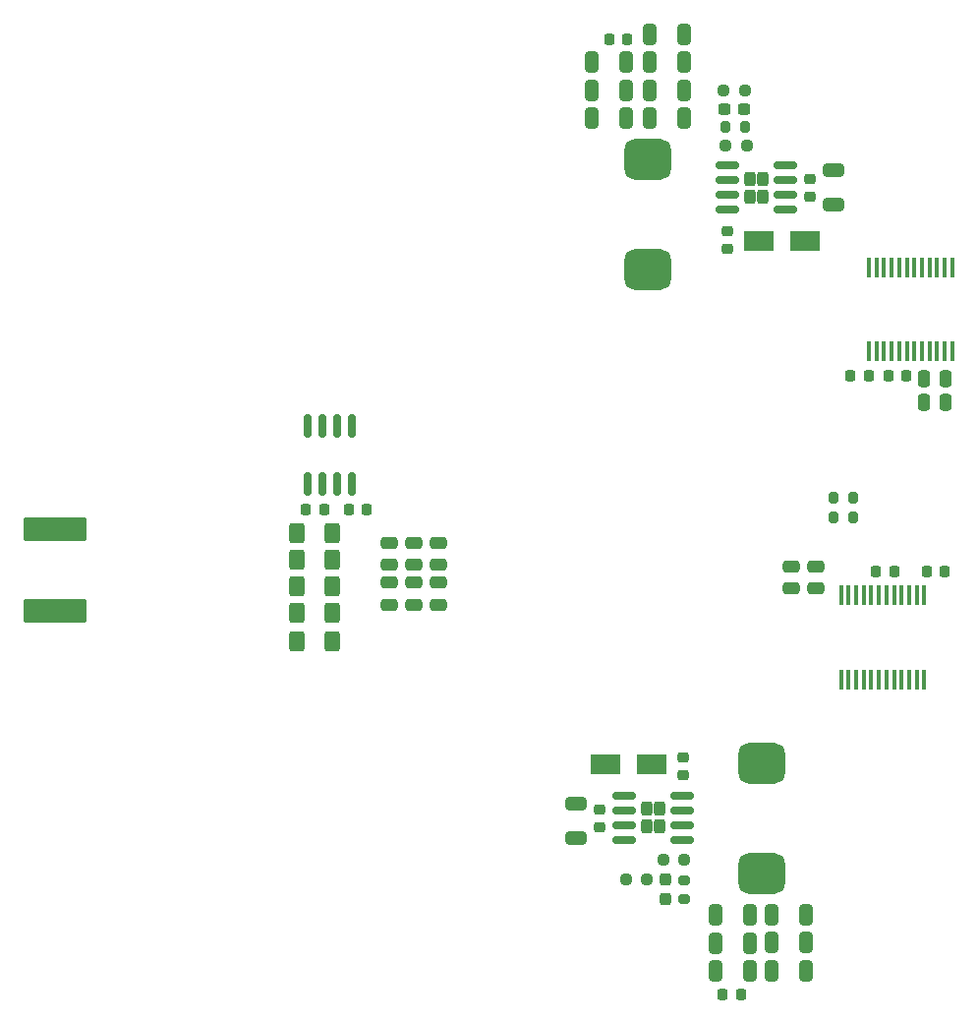
<source format=gbr>
%TF.GenerationSoftware,KiCad,Pcbnew,(6.0.9)*%
%TF.CreationDate,2023-02-26T12:01:52+02:00*%
%TF.ProjectId,Power,506f7765-722e-46b6-9963-61645f706362,rev?*%
%TF.SameCoordinates,Original*%
%TF.FileFunction,Paste,Bot*%
%TF.FilePolarity,Positive*%
%FSLAX46Y46*%
G04 Gerber Fmt 4.6, Leading zero omitted, Abs format (unit mm)*
G04 Created by KiCad (PCBNEW (6.0.9)) date 2023-02-26 12:01:52*
%MOMM*%
%LPD*%
G01*
G04 APERTURE LIST*
G04 Aperture macros list*
%AMRoundRect*
0 Rectangle with rounded corners*
0 $1 Rounding radius*
0 $2 $3 $4 $5 $6 $7 $8 $9 X,Y pos of 4 corners*
0 Add a 4 corners polygon primitive as box body*
4,1,4,$2,$3,$4,$5,$6,$7,$8,$9,$2,$3,0*
0 Add four circle primitives for the rounded corners*
1,1,$1+$1,$2,$3*
1,1,$1+$1,$4,$5*
1,1,$1+$1,$6,$7*
1,1,$1+$1,$8,$9*
0 Add four rect primitives between the rounded corners*
20,1,$1+$1,$2,$3,$4,$5,0*
20,1,$1+$1,$4,$5,$6,$7,0*
20,1,$1+$1,$6,$7,$8,$9,0*
20,1,$1+$1,$8,$9,$2,$3,0*%
G04 Aperture macros list end*
%ADD10RoundRect,0.250000X-0.475000X0.250000X-0.475000X-0.250000X0.475000X-0.250000X0.475000X0.250000X0*%
%ADD11RoundRect,0.875000X-1.125000X0.875000X-1.125000X-0.875000X1.125000X-0.875000X1.125000X0.875000X0*%
%ADD12RoundRect,0.250000X-0.325000X-0.650000X0.325000X-0.650000X0.325000X0.650000X-0.325000X0.650000X0*%
%ADD13RoundRect,0.250000X0.325000X0.650000X-0.325000X0.650000X-0.325000X-0.650000X0.325000X-0.650000X0*%
%ADD14RoundRect,0.225000X-0.225000X-0.250000X0.225000X-0.250000X0.225000X0.250000X-0.225000X0.250000X0*%
%ADD15RoundRect,0.200000X0.200000X0.275000X-0.200000X0.275000X-0.200000X-0.275000X0.200000X-0.275000X0*%
%ADD16RoundRect,0.250001X2.474999X-0.799999X2.474999X0.799999X-2.474999X0.799999X-2.474999X-0.799999X0*%
%ADD17RoundRect,0.225000X0.225000X0.250000X-0.225000X0.250000X-0.225000X-0.250000X0.225000X-0.250000X0*%
%ADD18RoundRect,0.250000X0.650000X-0.325000X0.650000X0.325000X-0.650000X0.325000X-0.650000X-0.325000X0*%
%ADD19RoundRect,0.200000X-0.200000X-0.275000X0.200000X-0.275000X0.200000X0.275000X-0.200000X0.275000X0*%
%ADD20RoundRect,0.237500X-0.250000X-0.237500X0.250000X-0.237500X0.250000X0.237500X-0.250000X0.237500X0*%
%ADD21RoundRect,0.250000X-0.400000X-0.625000X0.400000X-0.625000X0.400000X0.625000X-0.400000X0.625000X0*%
%ADD22R,0.450000X1.750000*%
%ADD23RoundRect,0.237500X0.250000X0.237500X-0.250000X0.237500X-0.250000X-0.237500X0.250000X-0.237500X0*%
%ADD24RoundRect,0.237500X0.237500X-0.300000X0.237500X0.300000X-0.237500X0.300000X-0.237500X-0.300000X0*%
%ADD25RoundRect,0.225000X0.250000X-0.225000X0.250000X0.225000X-0.250000X0.225000X-0.250000X-0.225000X0*%
%ADD26R,2.500000X1.800000*%
%ADD27RoundRect,0.875000X1.125000X-0.875000X1.125000X0.875000X-1.125000X0.875000X-1.125000X-0.875000X0*%
%ADD28RoundRect,0.225000X-0.250000X0.225000X-0.250000X-0.225000X0.250000X-0.225000X0.250000X0.225000X0*%
%ADD29RoundRect,0.200000X0.275000X-0.200000X0.275000X0.200000X-0.275000X0.200000X-0.275000X-0.200000X0*%
%ADD30RoundRect,0.250000X0.475000X-0.250000X0.475000X0.250000X-0.475000X0.250000X-0.475000X-0.250000X0*%
%ADD31RoundRect,0.150000X-0.150000X0.825000X-0.150000X-0.825000X0.150000X-0.825000X0.150000X0.825000X0*%
%ADD32RoundRect,0.240000X-0.240000X-0.385000X0.240000X-0.385000X0.240000X0.385000X-0.240000X0.385000X0*%
%ADD33RoundRect,0.150000X-0.825000X-0.150000X0.825000X-0.150000X0.825000X0.150000X-0.825000X0.150000X0*%
%ADD34RoundRect,0.237500X0.300000X0.237500X-0.300000X0.237500X-0.300000X-0.237500X0.300000X-0.237500X0*%
%ADD35RoundRect,0.250000X0.250000X0.475000X-0.250000X0.475000X-0.250000X-0.475000X0.250000X-0.475000X0*%
%ADD36RoundRect,0.240000X0.240000X0.385000X-0.240000X0.385000X-0.240000X-0.385000X0.240000X-0.385000X0*%
%ADD37RoundRect,0.150000X0.825000X0.150000X-0.825000X0.150000X-0.825000X-0.150000X0.825000X-0.150000X0*%
%ADD38RoundRect,0.250000X-0.650000X0.325000X-0.650000X-0.325000X0.650000X-0.325000X0.650000X0.325000X0*%
G04 APERTURE END LIST*
D10*
%TO.C,C3*%
X79100000Y-107900000D03*
X79100000Y-109800000D03*
%TD*%
D11*
%TO.C,L1*%
X107025000Y-123400000D03*
X107025000Y-132900000D03*
%TD*%
D10*
%TO.C,C10*%
X111600000Y-106500000D03*
X111600000Y-108400000D03*
%TD*%
D12*
%TO.C,C29*%
X97325000Y-63100000D03*
X100275000Y-63100000D03*
%TD*%
D13*
%TO.C,C18*%
X105975000Y-138900000D03*
X103025000Y-138900000D03*
%TD*%
D14*
%TO.C,C2*%
X71425000Y-101600000D03*
X72975000Y-101600000D03*
%TD*%
D15*
%TO.C,R4*%
X105525000Y-68700000D03*
X103875000Y-68700000D03*
%TD*%
D16*
%TO.C,F1*%
X46100000Y-110275000D03*
X46100000Y-103325000D03*
%TD*%
D10*
%TO.C,C39*%
X76990000Y-107900000D03*
X76990000Y-109800000D03*
%TD*%
D17*
%TO.C,C8*%
X116175000Y-90100000D03*
X114625000Y-90100000D03*
%TD*%
D14*
%TO.C,C4*%
X116825000Y-106900000D03*
X118375000Y-106900000D03*
%TD*%
D18*
%TO.C,C24*%
X113125000Y-75370000D03*
X113125000Y-72420000D03*
%TD*%
D19*
%TO.C,R1*%
X113175000Y-100600000D03*
X114825000Y-100600000D03*
%TD*%
D20*
%TO.C,R6*%
X103887500Y-70300000D03*
X105712500Y-70300000D03*
%TD*%
D21*
%TO.C,R9*%
X66900000Y-110500000D03*
X70000000Y-110500000D03*
%TD*%
D22*
%TO.C,U1*%
X116225000Y-80800000D03*
X116875000Y-80800000D03*
X117525000Y-80800000D03*
X118175000Y-80800000D03*
X118825000Y-80800000D03*
X119475000Y-80800000D03*
X120125000Y-80800000D03*
X120775000Y-80800000D03*
X121425000Y-80800000D03*
X122075000Y-80800000D03*
X122725000Y-80800000D03*
X123375000Y-80800000D03*
X123375000Y-88000000D03*
X122725000Y-88000000D03*
X122075000Y-88000000D03*
X121425000Y-88000000D03*
X120775000Y-88000000D03*
X120125000Y-88000000D03*
X119475000Y-88000000D03*
X118825000Y-88000000D03*
X118175000Y-88000000D03*
X117525000Y-88000000D03*
X116875000Y-88000000D03*
X116225000Y-88000000D03*
%TD*%
D23*
%TO.C,R5*%
X100312500Y-131700000D03*
X98487500Y-131700000D03*
%TD*%
D21*
%TO.C,R7*%
X66900000Y-108200000D03*
X70000000Y-108200000D03*
%TD*%
D12*
%TO.C,C30*%
X97325000Y-60700000D03*
X100275000Y-60700000D03*
%TD*%
D24*
%TO.C,C16*%
X98700000Y-135162500D03*
X98700000Y-133437500D03*
%TD*%
D22*
%TO.C,U2*%
X120975000Y-116200000D03*
X120325000Y-116200000D03*
X119675000Y-116200000D03*
X119025000Y-116200000D03*
X118375000Y-116200000D03*
X117725000Y-116200000D03*
X117075000Y-116200000D03*
X116425000Y-116200000D03*
X115775000Y-116200000D03*
X115125000Y-116200000D03*
X114475000Y-116200000D03*
X113825000Y-116200000D03*
X113825000Y-109000000D03*
X114475000Y-109000000D03*
X115125000Y-109000000D03*
X115775000Y-109000000D03*
X116425000Y-109000000D03*
X117075000Y-109000000D03*
X117725000Y-109000000D03*
X118375000Y-109000000D03*
X119025000Y-109000000D03*
X119675000Y-109000000D03*
X120325000Y-109000000D03*
X120975000Y-109000000D03*
%TD*%
D25*
%TO.C,C23*%
X104025000Y-79170000D03*
X104025000Y-77620000D03*
%TD*%
D26*
%TO.C,D1*%
X93525000Y-123500000D03*
X97525000Y-123500000D03*
%TD*%
D27*
%TO.C,L2*%
X97125000Y-80945000D03*
X97125000Y-71445000D03*
%TD*%
D28*
%TO.C,C14*%
X93025000Y-127425000D03*
X93025000Y-128975000D03*
%TD*%
D29*
%TO.C,R3*%
X100300000Y-135125000D03*
X100300000Y-133475000D03*
%TD*%
D12*
%TO.C,C17*%
X107825000Y-141300000D03*
X110775000Y-141300000D03*
%TD*%
D30*
%TO.C,C37*%
X79110000Y-106350000D03*
X79110000Y-104450000D03*
%TD*%
D20*
%TO.C,R11*%
X103687500Y-65500000D03*
X105512500Y-65500000D03*
%TD*%
D30*
%TO.C,C35*%
X77000000Y-106350000D03*
X77000000Y-104450000D03*
%TD*%
D17*
%TO.C,C1*%
X69275000Y-101600000D03*
X67725000Y-101600000D03*
%TD*%
D31*
%TO.C,U5*%
X67895000Y-94425000D03*
X69165000Y-94425000D03*
X70435000Y-94425000D03*
X71705000Y-94425000D03*
X71705000Y-99375000D03*
X70435000Y-99375000D03*
X69165000Y-99375000D03*
X67895000Y-99375000D03*
%TD*%
D23*
%TO.C,R10*%
X97112500Y-133400000D03*
X95287500Y-133400000D03*
%TD*%
D17*
%TO.C,C34*%
X95375000Y-61100000D03*
X93825000Y-61100000D03*
%TD*%
D25*
%TO.C,C25*%
X111125000Y-74670000D03*
X111125000Y-73120000D03*
%TD*%
D19*
%TO.C,R8*%
X113185000Y-102250000D03*
X114835000Y-102250000D03*
%TD*%
D28*
%TO.C,C12*%
X100225000Y-122925000D03*
X100225000Y-124475000D03*
%TD*%
D14*
%TO.C,C11*%
X121225000Y-106900000D03*
X122775000Y-106900000D03*
%TD*%
D32*
%TO.C,U4*%
X105955000Y-74645000D03*
X107095000Y-74645000D03*
X107095000Y-73145000D03*
X105955000Y-73145000D03*
D33*
X104050000Y-75800000D03*
X104050000Y-74530000D03*
X104050000Y-73260000D03*
X104050000Y-71990000D03*
X109000000Y-71990000D03*
X109000000Y-73260000D03*
X109000000Y-74530000D03*
X109000000Y-75800000D03*
%TD*%
D10*
%TO.C,C9*%
X109550000Y-106500000D03*
X109550000Y-108400000D03*
%TD*%
D21*
%TO.C,R12*%
X66900000Y-105900000D03*
X70000000Y-105900000D03*
%TD*%
D13*
%TO.C,C19*%
X105955000Y-141320000D03*
X103005000Y-141320000D03*
%TD*%
D30*
%TO.C,C36*%
X74900000Y-106350000D03*
X74900000Y-104450000D03*
%TD*%
D10*
%TO.C,C38*%
X74900000Y-107900000D03*
X74900000Y-109800000D03*
%TD*%
D34*
%TO.C,C26*%
X105462500Y-67100000D03*
X103737500Y-67100000D03*
%TD*%
D13*
%TO.C,C33*%
X95275000Y-67900000D03*
X92325000Y-67900000D03*
%TD*%
%TO.C,C31*%
X95275000Y-63100000D03*
X92325000Y-63100000D03*
%TD*%
D12*
%TO.C,C28*%
X97325000Y-65500000D03*
X100275000Y-65500000D03*
%TD*%
D13*
%TO.C,C32*%
X95275000Y-65500000D03*
X92325000Y-65500000D03*
%TD*%
D21*
%TO.C,R13*%
X66900000Y-103600000D03*
X70000000Y-103600000D03*
%TD*%
D12*
%TO.C,C22*%
X107825000Y-136500000D03*
X110775000Y-136500000D03*
%TD*%
D35*
%TO.C,C6*%
X122850000Y-92400000D03*
X120950000Y-92400000D03*
%TD*%
D12*
%TO.C,C27*%
X97325000Y-67900000D03*
X100275000Y-67900000D03*
%TD*%
%TO.C,C20*%
X107825000Y-138890000D03*
X110775000Y-138890000D03*
%TD*%
D36*
%TO.C,U3*%
X98195000Y-128850000D03*
X98195000Y-127350000D03*
X97055000Y-127350000D03*
X97055000Y-128850000D03*
D37*
X100100000Y-126195000D03*
X100100000Y-127465000D03*
X100100000Y-128735000D03*
X100100000Y-130005000D03*
X95150000Y-130005000D03*
X95150000Y-128735000D03*
X95150000Y-127465000D03*
X95150000Y-126195000D03*
%TD*%
D17*
%TO.C,C21*%
X105175000Y-143300000D03*
X103625000Y-143300000D03*
%TD*%
D13*
%TO.C,C15*%
X105975000Y-136500000D03*
X103025000Y-136500000D03*
%TD*%
D21*
%TO.C,R2*%
X66900000Y-112900000D03*
X70000000Y-112900000D03*
%TD*%
D17*
%TO.C,C5*%
X119450000Y-90100000D03*
X117900000Y-90100000D03*
%TD*%
D38*
%TO.C,C13*%
X91025000Y-126925000D03*
X91025000Y-129875000D03*
%TD*%
D35*
%TO.C,C7*%
X122850000Y-90300000D03*
X120950000Y-90300000D03*
%TD*%
D26*
%TO.C,D2*%
X110725000Y-78495000D03*
X106725000Y-78495000D03*
%TD*%
M02*

</source>
